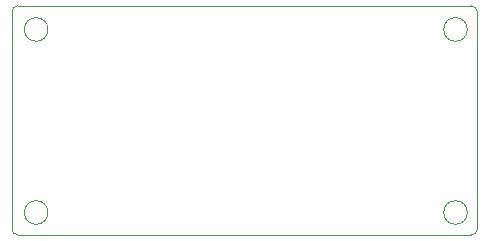
<source format=gbr>
%TF.GenerationSoftware,KiCad,Pcbnew,9.0.4*%
%TF.CreationDate,2025-10-30T10:47:44-04:00*%
%TF.ProjectId,SERVO-ESC,53455256-4f2d-4455-9343-2e6b69636164,rev?*%
%TF.SameCoordinates,Original*%
%TF.FileFunction,Profile,NP*%
%FSLAX46Y46*%
G04 Gerber Fmt 4.6, Leading zero omitted, Abs format (unit mm)*
G04 Created by KiCad (PCBNEW 9.0.4) date 2025-10-30 10:47:44*
%MOMM*%
%LPD*%
G01*
G04 APERTURE LIST*
%TA.AperFunction,Profile*%
%ADD10C,0.050000*%
%TD*%
G04 APERTURE END LIST*
D10*
X50000001Y-30600001D02*
X88400000Y-30600000D01*
X88900000Y-49500000D02*
G75*
G02*
X88400000Y-50000000I-500000J0D01*
G01*
X50000000Y-50000000D02*
X88400000Y-50000000D01*
X88050000Y-32600000D02*
G75*
G02*
X86050000Y-32600000I-1000000J0D01*
G01*
X86050000Y-32600000D02*
G75*
G02*
X88050000Y-32600000I1000000J0D01*
G01*
X52550000Y-48100000D02*
G75*
G02*
X50550000Y-48100000I-1000000J0D01*
G01*
X50550000Y-48100000D02*
G75*
G02*
X52550000Y-48100000I1000000J0D01*
G01*
X88400000Y-30600000D02*
G75*
G02*
X88900000Y-31100000I0J-500000D01*
G01*
X50000000Y-50000000D02*
G75*
G02*
X49500000Y-49500000I0J500000D01*
G01*
X49500000Y-31100000D02*
G75*
G02*
X50000000Y-30600000I500000J0D01*
G01*
X88050000Y-48100000D02*
G75*
G02*
X86050000Y-48100000I-1000000J0D01*
G01*
X86050000Y-48100000D02*
G75*
G02*
X88050000Y-48100000I1000000J0D01*
G01*
X52550000Y-32600000D02*
G75*
G02*
X50550000Y-32600000I-1000000J0D01*
G01*
X50550000Y-32600000D02*
G75*
G02*
X52550000Y-32600000I1000000J0D01*
G01*
X88900000Y-49500000D02*
X88900000Y-31100000D01*
X49500000Y-49500000D02*
X49500000Y-31100000D01*
M02*

</source>
